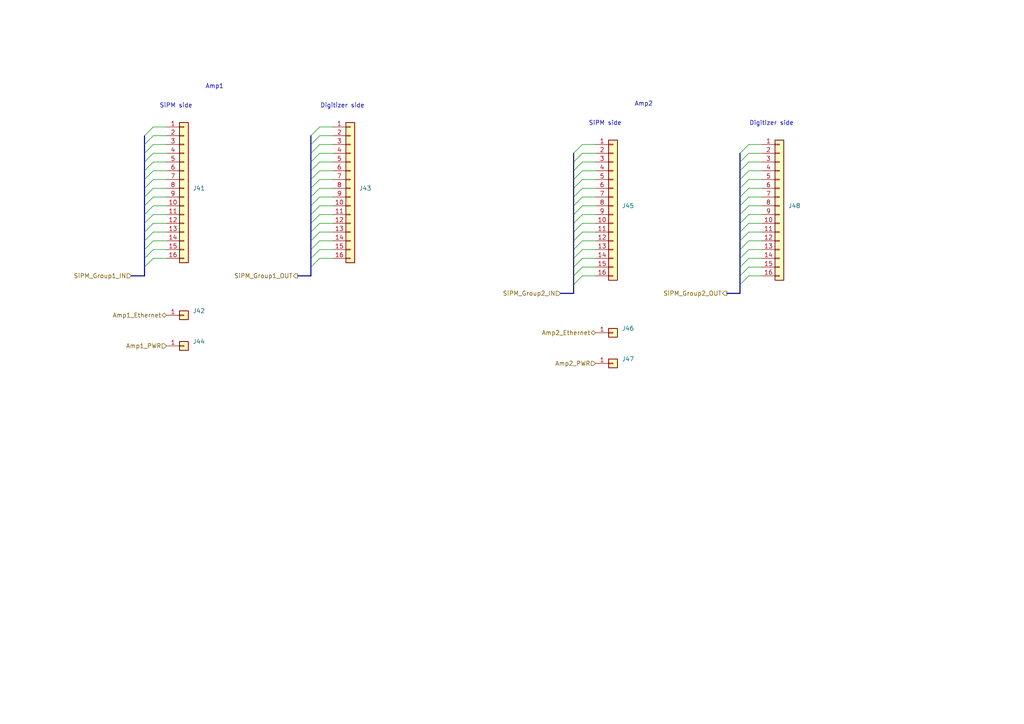
<source format=kicad_sch>
(kicad_sch
	(version 20231120)
	(generator "eeschema")
	(generator_version "8.0")
	(uuid "aff83fb1-a35a-4599-9af8-7cdaec41fbf8")
	(paper "A4")
	(title_block
		(title "Instrumentation wiring drawing")
		(date "2024-06-21")
		(company "SBC")
		(comment 1 "Zhiheng Sheng")
	)
	(lib_symbols
		(symbol "Connector_Generic:Conn_01x01"
			(pin_names
				(offset 1.016) hide)
			(exclude_from_sim no)
			(in_bom yes)
			(on_board yes)
			(property "Reference" "J"
				(at 0 2.54 0)
				(effects
					(font
						(size 1.27 1.27)
					)
				)
			)
			(property "Value" "Conn_01x01"
				(at 0 -2.54 0)
				(effects
					(font
						(size 1.27 1.27)
					)
				)
			)
			(property "Footprint" ""
				(at 0 0 0)
				(effects
					(font
						(size 1.27 1.27)
					)
					(hide yes)
				)
			)
			(property "Datasheet" "~"
				(at 0 0 0)
				(effects
					(font
						(size 1.27 1.27)
					)
					(hide yes)
				)
			)
			(property "Description" "Generic connector, single row, 01x01, script generated (kicad-library-utils/schlib/autogen/connector/)"
				(at 0 0 0)
				(effects
					(font
						(size 1.27 1.27)
					)
					(hide yes)
				)
			)
			(property "ki_keywords" "connector"
				(at 0 0 0)
				(effects
					(font
						(size 1.27 1.27)
					)
					(hide yes)
				)
			)
			(property "ki_fp_filters" "Connector*:*_1x??_*"
				(at 0 0 0)
				(effects
					(font
						(size 1.27 1.27)
					)
					(hide yes)
				)
			)
			(symbol "Conn_01x01_1_1"
				(rectangle
					(start -1.27 0.127)
					(end 0 -0.127)
					(stroke
						(width 0.1524)
						(type default)
					)
					(fill
						(type none)
					)
				)
				(rectangle
					(start -1.27 1.27)
					(end 1.27 -1.27)
					(stroke
						(width 0.254)
						(type default)
					)
					(fill
						(type background)
					)
				)
				(pin passive line
					(at -5.08 0 0)
					(length 3.81)
					(name "Pin_1"
						(effects
							(font
								(size 1.27 1.27)
							)
						)
					)
					(number "1"
						(effects
							(font
								(size 1.27 1.27)
							)
						)
					)
				)
			)
		)
		(symbol "Connector_Generic:Conn_01x16"
			(pin_names
				(offset 1.016) hide)
			(exclude_from_sim no)
			(in_bom yes)
			(on_board yes)
			(property "Reference" "J"
				(at 0 20.32 0)
				(effects
					(font
						(size 1.27 1.27)
					)
				)
			)
			(property "Value" "Conn_01x16"
				(at 0 -22.86 0)
				(effects
					(font
						(size 1.27 1.27)
					)
				)
			)
			(property "Footprint" ""
				(at 0 0 0)
				(effects
					(font
						(size 1.27 1.27)
					)
					(hide yes)
				)
			)
			(property "Datasheet" "~"
				(at 0 0 0)
				(effects
					(font
						(size 1.27 1.27)
					)
					(hide yes)
				)
			)
			(property "Description" "Generic connector, single row, 01x16, script generated (kicad-library-utils/schlib/autogen/connector/)"
				(at 0 0 0)
				(effects
					(font
						(size 1.27 1.27)
					)
					(hide yes)
				)
			)
			(property "ki_keywords" "connector"
				(at 0 0 0)
				(effects
					(font
						(size 1.27 1.27)
					)
					(hide yes)
				)
			)
			(property "ki_fp_filters" "Connector*:*_1x??_*"
				(at 0 0 0)
				(effects
					(font
						(size 1.27 1.27)
					)
					(hide yes)
				)
			)
			(symbol "Conn_01x16_1_1"
				(rectangle
					(start -1.27 -20.193)
					(end 0 -20.447)
					(stroke
						(width 0.1524)
						(type default)
					)
					(fill
						(type none)
					)
				)
				(rectangle
					(start -1.27 -17.653)
					(end 0 -17.907)
					(stroke
						(width 0.1524)
						(type default)
					)
					(fill
						(type none)
					)
				)
				(rectangle
					(start -1.27 -15.113)
					(end 0 -15.367)
					(stroke
						(width 0.1524)
						(type default)
					)
					(fill
						(type none)
					)
				)
				(rectangle
					(start -1.27 -12.573)
					(end 0 -12.827)
					(stroke
						(width 0.1524)
						(type default)
					)
					(fill
						(type none)
					)
				)
				(rectangle
					(start -1.27 -10.033)
					(end 0 -10.287)
					(stroke
						(width 0.1524)
						(type default)
					)
					(fill
						(type none)
					)
				)
				(rectangle
					(start -1.27 -7.493)
					(end 0 -7.747)
					(stroke
						(width 0.1524)
						(type default)
					)
					(fill
						(type none)
					)
				)
				(rectangle
					(start -1.27 -4.953)
					(end 0 -5.207)
					(stroke
						(width 0.1524)
						(type default)
					)
					(fill
						(type none)
					)
				)
				(rectangle
					(start -1.27 -2.413)
					(end 0 -2.667)
					(stroke
						(width 0.1524)
						(type default)
					)
					(fill
						(type none)
					)
				)
				(rectangle
					(start -1.27 0.127)
					(end 0 -0.127)
					(stroke
						(width 0.1524)
						(type default)
					)
					(fill
						(type none)
					)
				)
				(rectangle
					(start -1.27 2.667)
					(end 0 2.413)
					(stroke
						(width 0.1524)
						(type default)
					)
					(fill
						(type none)
					)
				)
				(rectangle
					(start -1.27 5.207)
					(end 0 4.953)
					(stroke
						(width 0.1524)
						(type default)
					)
					(fill
						(type none)
					)
				)
				(rectangle
					(start -1.27 7.747)
					(end 0 7.493)
					(stroke
						(width 0.1524)
						(type default)
					)
					(fill
						(type none)
					)
				)
				(rectangle
					(start -1.27 10.287)
					(end 0 10.033)
					(stroke
						(width 0.1524)
						(type default)
					)
					(fill
						(type none)
					)
				)
				(rectangle
					(start -1.27 12.827)
					(end 0 12.573)
					(stroke
						(width 0.1524)
						(type default)
					)
					(fill
						(type none)
					)
				)
				(rectangle
					(start -1.27 15.367)
					(end 0 15.113)
					(stroke
						(width 0.1524)
						(type default)
					)
					(fill
						(type none)
					)
				)
				(rectangle
					(start -1.27 17.907)
					(end 0 17.653)
					(stroke
						(width 0.1524)
						(type default)
					)
					(fill
						(type none)
					)
				)
				(rectangle
					(start -1.27 19.05)
					(end 1.27 -21.59)
					(stroke
						(width 0.254)
						(type default)
					)
					(fill
						(type background)
					)
				)
				(pin passive line
					(at -5.08 17.78 0)
					(length 3.81)
					(name "Pin_1"
						(effects
							(font
								(size 1.27 1.27)
							)
						)
					)
					(number "1"
						(effects
							(font
								(size 1.27 1.27)
							)
						)
					)
				)
				(pin passive line
					(at -5.08 -5.08 0)
					(length 3.81)
					(name "Pin_10"
						(effects
							(font
								(size 1.27 1.27)
							)
						)
					)
					(number "10"
						(effects
							(font
								(size 1.27 1.27)
							)
						)
					)
				)
				(pin passive line
					(at -5.08 -7.62 0)
					(length 3.81)
					(name "Pin_11"
						(effects
							(font
								(size 1.27 1.27)
							)
						)
					)
					(number "11"
						(effects
							(font
								(size 1.27 1.27)
							)
						)
					)
				)
				(pin passive line
					(at -5.08 -10.16 0)
					(length 3.81)
					(name "Pin_12"
						(effects
							(font
								(size 1.27 1.27)
							)
						)
					)
					(number "12"
						(effects
							(font
								(size 1.27 1.27)
							)
						)
					)
				)
				(pin passive line
					(at -5.08 -12.7 0)
					(length 3.81)
					(name "Pin_13"
						(effects
							(font
								(size 1.27 1.27)
							)
						)
					)
					(number "13"
						(effects
							(font
								(size 1.27 1.27)
							)
						)
					)
				)
				(pin passive line
					(at -5.08 -15.24 0)
					(length 3.81)
					(name "Pin_14"
						(effects
							(font
								(size 1.27 1.27)
							)
						)
					)
					(number "14"
						(effects
							(font
								(size 1.27 1.27)
							)
						)
					)
				)
				(pin passive line
					(at -5.08 -17.78 0)
					(length 3.81)
					(name "Pin_15"
						(effects
							(font
								(size 1.27 1.27)
							)
						)
					)
					(number "15"
						(effects
							(font
								(size 1.27 1.27)
							)
						)
					)
				)
				(pin passive line
					(at -5.08 -20.32 0)
					(length 3.81)
					(name "Pin_16"
						(effects
							(font
								(size 1.27 1.27)
							)
						)
					)
					(number "16"
						(effects
							(font
								(size 1.27 1.27)
							)
						)
					)
				)
				(pin passive line
					(at -5.08 15.24 0)
					(length 3.81)
					(name "Pin_2"
						(effects
							(font
								(size 1.27 1.27)
							)
						)
					)
					(number "2"
						(effects
							(font
								(size 1.27 1.27)
							)
						)
					)
				)
				(pin passive line
					(at -5.08 12.7 0)
					(length 3.81)
					(name "Pin_3"
						(effects
							(font
								(size 1.27 1.27)
							)
						)
					)
					(number "3"
						(effects
							(font
								(size 1.27 1.27)
							)
						)
					)
				)
				(pin passive line
					(at -5.08 10.16 0)
					(length 3.81)
					(name "Pin_4"
						(effects
							(font
								(size 1.27 1.27)
							)
						)
					)
					(number "4"
						(effects
							(font
								(size 1.27 1.27)
							)
						)
					)
				)
				(pin passive line
					(at -5.08 7.62 0)
					(length 3.81)
					(name "Pin_5"
						(effects
							(font
								(size 1.27 1.27)
							)
						)
					)
					(number "5"
						(effects
							(font
								(size 1.27 1.27)
							)
						)
					)
				)
				(pin passive line
					(at -5.08 5.08 0)
					(length 3.81)
					(name "Pin_6"
						(effects
							(font
								(size 1.27 1.27)
							)
						)
					)
					(number "6"
						(effects
							(font
								(size 1.27 1.27)
							)
						)
					)
				)
				(pin passive line
					(at -5.08 2.54 0)
					(length 3.81)
					(name "Pin_7"
						(effects
							(font
								(size 1.27 1.27)
							)
						)
					)
					(number "7"
						(effects
							(font
								(size 1.27 1.27)
							)
						)
					)
				)
				(pin passive line
					(at -5.08 0 0)
					(length 3.81)
					(name "Pin_8"
						(effects
							(font
								(size 1.27 1.27)
							)
						)
					)
					(number "8"
						(effects
							(font
								(size 1.27 1.27)
							)
						)
					)
				)
				(pin passive line
					(at -5.08 -2.54 0)
					(length 3.81)
					(name "Pin_9"
						(effects
							(font
								(size 1.27 1.27)
							)
						)
					)
					(number "9"
						(effects
							(font
								(size 1.27 1.27)
							)
						)
					)
				)
			)
		)
	)
	(bus_entry
		(at 168.91 49.53)
		(size -2.54 2.54)
		(stroke
			(width 0)
			(type default)
		)
		(uuid "04afcf27-a0ea-4931-9f13-6c50cd2ae40a")
	)
	(bus_entry
		(at 217.17 62.23)
		(size -2.54 2.54)
		(stroke
			(width 0)
			(type default)
		)
		(uuid "08053fe9-6068-4ba2-a06a-be0259b23b05")
	)
	(bus_entry
		(at 92.71 62.23)
		(size -2.54 2.54)
		(stroke
			(width 0)
			(type default)
		)
		(uuid "0b706b6f-b162-4c90-b993-53b0e35ac3e3")
	)
	(bus_entry
		(at 168.91 74.93)
		(size -2.54 2.54)
		(stroke
			(width 0)
			(type default)
		)
		(uuid "0ec30cad-356d-4b2b-99c5-51cd8c97f5c0")
	)
	(bus_entry
		(at 44.45 36.83)
		(size -2.54 2.54)
		(stroke
			(width 0)
			(type default)
		)
		(uuid "1618b983-569e-4f47-b179-d9e3a7bd9283")
	)
	(bus_entry
		(at 92.71 36.83)
		(size -2.54 2.54)
		(stroke
			(width 0)
			(type default)
		)
		(uuid "1a1aef0e-1b37-4d41-9de4-8d4172a53cf4")
	)
	(bus_entry
		(at 217.17 57.15)
		(size -2.54 2.54)
		(stroke
			(width 0)
			(type default)
		)
		(uuid "207a3819-41ea-4f1f-95e4-916b92214576")
	)
	(bus_entry
		(at 92.71 54.61)
		(size -2.54 2.54)
		(stroke
			(width 0)
			(type default)
		)
		(uuid "22da35b6-6961-4756-a014-7317ef4c7305")
	)
	(bus_entry
		(at 168.91 41.91)
		(size -2.54 2.54)
		(stroke
			(width 0)
			(type default)
		)
		(uuid "28318686-3684-49f5-91f5-784138e90506")
	)
	(bus_entry
		(at 217.17 69.85)
		(size -2.54 2.54)
		(stroke
			(width 0)
			(type default)
		)
		(uuid "293bdb0a-784c-4220-b00c-a5fb86d661ae")
	)
	(bus_entry
		(at 217.17 80.01)
		(size -2.54 2.54)
		(stroke
			(width 0)
			(type default)
		)
		(uuid "2cc830d2-1803-478b-968d-c4e929ac1548")
	)
	(bus_entry
		(at 92.71 44.45)
		(size -2.54 2.54)
		(stroke
			(width 0)
			(type default)
		)
		(uuid "31d77591-b759-45d8-9885-6625fad7f0b2")
	)
	(bus_entry
		(at 168.91 54.61)
		(size -2.54 2.54)
		(stroke
			(width 0)
			(type default)
		)
		(uuid "325063ba-e9fd-4740-a041-a538901916d6")
	)
	(bus_entry
		(at 168.91 67.31)
		(size -2.54 2.54)
		(stroke
			(width 0)
			(type default)
		)
		(uuid "340399ce-55e9-469b-9e81-27a9454ea71c")
	)
	(bus_entry
		(at 217.17 72.39)
		(size -2.54 2.54)
		(stroke
			(width 0)
			(type default)
		)
		(uuid "39440c9a-9b8e-4310-a0e5-9db422c430a9")
	)
	(bus_entry
		(at 168.91 44.45)
		(size -2.54 2.54)
		(stroke
			(width 0)
			(type default)
		)
		(uuid "3f3f8593-f05b-45b6-bfe2-7243ab2a70a4")
	)
	(bus_entry
		(at 44.45 39.37)
		(size -2.54 2.54)
		(stroke
			(width 0)
			(type default)
		)
		(uuid "43b0c3ed-49a0-4a00-be60-3d032e941270")
	)
	(bus_entry
		(at 217.17 49.53)
		(size -2.54 2.54)
		(stroke
			(width 0)
			(type default)
		)
		(uuid "46ef00da-48fc-40cf-9c71-c44214affa75")
	)
	(bus_entry
		(at 92.71 41.91)
		(size -2.54 2.54)
		(stroke
			(width 0)
			(type default)
		)
		(uuid "472a8eca-0f6e-472b-9100-89867b1a8143")
	)
	(bus_entry
		(at 92.71 69.85)
		(size -2.54 2.54)
		(stroke
			(width 0)
			(type default)
		)
		(uuid "481ed50f-58df-463b-944f-763c64af654d")
	)
	(bus_entry
		(at 168.91 57.15)
		(size -2.54 2.54)
		(stroke
			(width 0)
			(type default)
		)
		(uuid "48e23e03-c1b5-47e1-b804-537152dfd1ce")
	)
	(bus_entry
		(at 92.71 52.07)
		(size -2.54 2.54)
		(stroke
			(width 0)
			(type default)
		)
		(uuid "4a07c20b-13f4-4d97-af84-b07a88cc68bd")
	)
	(bus_entry
		(at 92.71 67.31)
		(size -2.54 2.54)
		(stroke
			(width 0)
			(type default)
		)
		(uuid "54622d0e-f78b-44c0-9b3d-b1be3575054c")
	)
	(bus_entry
		(at 44.45 54.61)
		(size -2.54 2.54)
		(stroke
			(width 0)
			(type default)
		)
		(uuid "54ad0a80-e8f7-44a6-8c9b-9c54e85e7a7e")
	)
	(bus_entry
		(at 44.45 52.07)
		(size -2.54 2.54)
		(stroke
			(width 0)
			(type default)
		)
		(uuid "613d3d68-2bb6-4857-9603-93477c72c01c")
	)
	(bus_entry
		(at 92.71 64.77)
		(size -2.54 2.54)
		(stroke
			(width 0)
			(type default)
		)
		(uuid "62485c08-8433-469b-9edb-8aba3da00fae")
	)
	(bus_entry
		(at 44.45 64.77)
		(size -2.54 2.54)
		(stroke
			(width 0)
			(type default)
		)
		(uuid "630e5305-1054-410a-8a96-fe969f8219d0")
	)
	(bus_entry
		(at 217.17 44.45)
		(size -2.54 2.54)
		(stroke
			(width 0)
			(type default)
		)
		(uuid "633734ba-43a7-4bb6-b27d-2b1e3af465b9")
	)
	(bus_entry
		(at 44.45 62.23)
		(size -2.54 2.54)
		(stroke
			(width 0)
			(type default)
		)
		(uuid "6603e3a4-cb60-4138-ae5b-c5477371c892")
	)
	(bus_entry
		(at 92.71 74.93)
		(size -2.54 2.54)
		(stroke
			(width 0)
			(type default)
		)
		(uuid "6655bd9d-e30b-43f9-8ed8-4e7b63b3714b")
	)
	(bus_entry
		(at 217.17 46.99)
		(size -2.54 2.54)
		(stroke
			(width 0)
			(type default)
		)
		(uuid "6b7ad3cd-4b05-4442-90d4-4f8b53c7e664")
	)
	(bus_entry
		(at 168.91 46.99)
		(size -2.54 2.54)
		(stroke
			(width 0)
			(type default)
		)
		(uuid "6fedcf5d-f2f8-4f3c-93b2-28677ae87662")
	)
	(bus_entry
		(at 92.71 39.37)
		(size -2.54 2.54)
		(stroke
			(width 0)
			(type default)
		)
		(uuid "81cb0be6-074f-4cb9-8299-cdef75030a93")
	)
	(bus_entry
		(at 217.17 64.77)
		(size -2.54 2.54)
		(stroke
			(width 0)
			(type default)
		)
		(uuid "83c44605-1e50-4ebc-9ad0-f0998a6174cc")
	)
	(bus_entry
		(at 44.45 57.15)
		(size -2.54 2.54)
		(stroke
			(width 0)
			(type default)
		)
		(uuid "849c9255-2e47-441f-9426-5a01e8e9b93f")
	)
	(bus_entry
		(at 168.91 77.47)
		(size -2.54 2.54)
		(stroke
			(width 0)
			(type default)
		)
		(uuid "86c9b05c-efc9-41d2-b37a-0f6f08cca180")
	)
	(bus_entry
		(at 92.71 49.53)
		(size -2.54 2.54)
		(stroke
			(width 0)
			(type default)
		)
		(uuid "8bed9a81-57ad-44b7-a293-7f26dabb3c9a")
	)
	(bus_entry
		(at 168.91 80.01)
		(size -2.54 2.54)
		(stroke
			(width 0)
			(type default)
		)
		(uuid "8fc57f99-630a-45f9-a791-475d561e5d13")
	)
	(bus_entry
		(at 92.71 72.39)
		(size -2.54 2.54)
		(stroke
			(width 0)
			(type default)
		)
		(uuid "93ef292d-1b72-451f-a067-f58c156f3e92")
	)
	(bus_entry
		(at 92.71 59.69)
		(size -2.54 2.54)
		(stroke
			(width 0)
			(type default)
		)
		(uuid "950873fd-dbf7-4912-b56d-ba193e4acfcd")
	)
	(bus_entry
		(at 92.71 57.15)
		(size -2.54 2.54)
		(stroke
			(width 0)
			(type default)
		)
		(uuid "968aed75-2af7-4a51-8f0a-cf4591828f7a")
	)
	(bus_entry
		(at 168.91 52.07)
		(size -2.54 2.54)
		(stroke
			(width 0)
			(type default)
		)
		(uuid "9f6d8c90-fbb1-4afd-accc-65b68fe0cd91")
	)
	(bus_entry
		(at 217.17 41.91)
		(size -2.54 2.54)
		(stroke
			(width 0)
			(type default)
		)
		(uuid "9ff19f28-ff64-4c72-b9b8-a0a0d77ecf05")
	)
	(bus_entry
		(at 217.17 67.31)
		(size -2.54 2.54)
		(stroke
			(width 0)
			(type default)
		)
		(uuid "aab4f933-cdb0-4f81-a2c7-a7f29e3899a9")
	)
	(bus_entry
		(at 44.45 44.45)
		(size -2.54 2.54)
		(stroke
			(width 0)
			(type default)
		)
		(uuid "ad3a732b-ae8a-415c-b7c5-ba440375a402")
	)
	(bus_entry
		(at 44.45 74.93)
		(size -2.54 2.54)
		(stroke
			(width 0)
			(type default)
		)
		(uuid "b1a4c666-7730-4e3e-9a56-9fb612825aff")
	)
	(bus_entry
		(at 168.91 64.77)
		(size -2.54 2.54)
		(stroke
			(width 0)
			(type default)
		)
		(uuid "b4ca664d-faeb-40e9-b75f-69b758719a57")
	)
	(bus_entry
		(at 217.17 74.93)
		(size -2.54 2.54)
		(stroke
			(width 0)
			(type default)
		)
		(uuid "b9568049-da2d-47bd-a95d-cef8582bb16e")
	)
	(bus_entry
		(at 44.45 69.85)
		(size -2.54 2.54)
		(stroke
			(width 0)
			(type default)
		)
		(uuid "bd6fbdd7-b6ca-4b4c-b32e-c3f29f2fcca1")
	)
	(bus_entry
		(at 168.91 69.85)
		(size -2.54 2.54)
		(stroke
			(width 0)
			(type default)
		)
		(uuid "bdc61d89-5f61-437e-8296-facbfc67dc84")
	)
	(bus_entry
		(at 168.91 59.69)
		(size -2.54 2.54)
		(stroke
			(width 0)
			(type default)
		)
		(uuid "c63e8c9e-1e88-45ef-b1f6-1816ad572f0e")
	)
	(bus_entry
		(at 44.45 46.99)
		(size -2.54 2.54)
		(stroke
			(width 0)
			(type default)
		)
		(uuid "cb8055e7-e129-449c-b1e2-d9c46a859789")
	)
	(bus_entry
		(at 44.45 72.39)
		(size -2.54 2.54)
		(stroke
			(width 0)
			(type default)
		)
		(uuid "ccdd8f5a-2f74-453d-9879-8082c619addd")
	)
	(bus_entry
		(at 44.45 41.91)
		(size -2.54 2.54)
		(stroke
			(width 0)
			(type default)
		)
		(uuid "d8220cdc-0a7d-4916-a5f7-70033aa1ebae")
	)
	(bus_entry
		(at 92.71 46.99)
		(size -2.54 2.54)
		(stroke
			(width 0)
			(type default)
		)
		(uuid "d97f2167-0bcd-441f-b570-85d3851df7d6")
	)
	(bus_entry
		(at 217.17 52.07)
		(size -2.54 2.54)
		(stroke
			(width 0)
			(type default)
		)
		(uuid "dd990e8c-1e3e-410c-a763-f388fe94b331")
	)
	(bus_entry
		(at 217.17 54.61)
		(size -2.54 2.54)
		(stroke
			(width 0)
			(type default)
		)
		(uuid "e1672f80-9c79-41b9-8ddc-ee00c3e38fac")
	)
	(bus_entry
		(at 168.91 62.23)
		(size -2.54 2.54)
		(stroke
			(width 0)
			(type default)
		)
		(uuid "e1f4a9c8-d01b-4050-b799-20bafd30e549")
	)
	(bus_entry
		(at 217.17 59.69)
		(size -2.54 2.54)
		(stroke
			(width 0)
			(type default)
		)
		(uuid "e4c5ccb4-a912-4cba-a63c-3a8be17cb061")
	)
	(bus_entry
		(at 217.17 77.47)
		(size -2.54 2.54)
		(stroke
			(width 0)
			(type default)
		)
		(uuid "ef3b2b55-76d7-4486-b834-e1b516de918e")
	)
	(bus_entry
		(at 44.45 67.31)
		(size -2.54 2.54)
		(stroke
			(width 0)
			(type default)
		)
		(uuid "ef4f27ea-876a-468a-b877-2f8ad21f22ec")
	)
	(bus_entry
		(at 44.45 59.69)
		(size -2.54 2.54)
		(stroke
			(width 0)
			(type default)
		)
		(uuid "f65e9549-3682-450d-a92e-fd4da9d997cc")
	)
	(bus_entry
		(at 44.45 49.53)
		(size -2.54 2.54)
		(stroke
			(width 0)
			(type default)
		)
		(uuid "f8cc0ff0-3612-4090-8b9c-b22496669ed3")
	)
	(bus_entry
		(at 168.91 72.39)
		(size -2.54 2.54)
		(stroke
			(width 0)
			(type default)
		)
		(uuid "f97da22e-9043-4c9a-a567-c855bab84144")
	)
	(bus
		(pts
			(xy 41.91 59.69) (xy 41.91 62.23)
		)
		(stroke
			(width 0)
			(type default)
		)
		(uuid "02df7153-2f4a-482d-a582-e1b42880ba6d")
	)
	(bus
		(pts
			(xy 90.17 46.99) (xy 90.17 49.53)
		)
		(stroke
			(width 0)
			(type default)
		)
		(uuid "04fb567d-128c-44cc-ad1a-65eac57c55e5")
	)
	(bus
		(pts
			(xy 166.37 69.85) (xy 166.37 72.39)
		)
		(stroke
			(width 0)
			(type default)
		)
		(uuid "064b045c-9910-4f61-b088-ca30bab96b77")
	)
	(wire
		(pts
			(xy 44.45 49.53) (xy 48.26 49.53)
		)
		(stroke
			(width 0)
			(type default)
		)
		(uuid "07669101-9a8b-4ca4-b7fa-c63798a28ed2")
	)
	(bus
		(pts
			(xy 41.91 77.47) (xy 41.91 80.01)
		)
		(stroke
			(width 0)
			(type default)
		)
		(uuid "07e24bf3-85b8-441e-aedb-d4b7c8d9fc6f")
	)
	(wire
		(pts
			(xy 168.91 80.01) (xy 172.72 80.01)
		)
		(stroke
			(width 0)
			(type default)
		)
		(uuid "092d5fde-9ea6-456e-8cdc-b5df86ae4462")
	)
	(wire
		(pts
			(xy 92.71 72.39) (xy 96.52 72.39)
		)
		(stroke
			(width 0)
			(type default)
		)
		(uuid "0a3dee15-7b46-4579-b068-e01bbbf36b54")
	)
	(wire
		(pts
			(xy 168.91 69.85) (xy 172.72 69.85)
		)
		(stroke
			(width 0)
			(type default)
		)
		(uuid "0cdd7d6d-4136-4ef0-b999-01eee5147e6f")
	)
	(bus
		(pts
			(xy 214.63 46.99) (xy 214.63 49.53)
		)
		(stroke
			(width 0)
			(type default)
		)
		(uuid "0d467e95-b391-437d-8c59-9d72cc9fa7c2")
	)
	(bus
		(pts
			(xy 41.91 49.53) (xy 41.91 52.07)
		)
		(stroke
			(width 0)
			(type default)
		)
		(uuid "0d7a2a4f-154f-42cd-a9c2-206aabf82df2")
	)
	(bus
		(pts
			(xy 90.17 59.69) (xy 90.17 62.23)
		)
		(stroke
			(width 0)
			(type default)
		)
		(uuid "0e3553f3-badf-46b1-8358-bccdb17b0239")
	)
	(bus
		(pts
			(xy 41.91 57.15) (xy 41.91 59.69)
		)
		(stroke
			(width 0)
			(type default)
		)
		(uuid "0f4c39b1-374b-4660-94fe-d87a78eaef56")
	)
	(wire
		(pts
			(xy 44.45 59.69) (xy 48.26 59.69)
		)
		(stroke
			(width 0)
			(type default)
		)
		(uuid "1034180e-cf27-4e14-a351-d9f80347b1ba")
	)
	(wire
		(pts
			(xy 217.17 64.77) (xy 220.98 64.77)
		)
		(stroke
			(width 0)
			(type default)
		)
		(uuid "12a32b02-1b06-445a-b779-cc65e7a57afe")
	)
	(bus
		(pts
			(xy 214.63 67.31) (xy 214.63 69.85)
		)
		(stroke
			(width 0)
			(type default)
		)
		(uuid "13f4375e-cac0-414d-88b4-891d66d1095c")
	)
	(bus
		(pts
			(xy 41.91 54.61) (xy 41.91 57.15)
		)
		(stroke
			(width 0)
			(type default)
		)
		(uuid "140e85f9-70c3-4a07-9749-4f71052c4466")
	)
	(wire
		(pts
			(xy 44.45 74.93) (xy 48.26 74.93)
		)
		(stroke
			(width 0)
			(type default)
		)
		(uuid "1609bffc-7935-42f4-b6ff-b42a33ca1f69")
	)
	(wire
		(pts
			(xy 44.45 72.39) (xy 48.26 72.39)
		)
		(stroke
			(width 0)
			(type default)
		)
		(uuid "166bb6f4-b9bb-4595-abab-c62fd5457863")
	)
	(bus
		(pts
			(xy 90.17 74.93) (xy 90.17 77.47)
		)
		(stroke
			(width 0)
			(type default)
		)
		(uuid "1680c820-cf14-4117-8eed-e2f6496f4a36")
	)
	(bus
		(pts
			(xy 214.63 82.55) (xy 214.63 85.09)
		)
		(stroke
			(width 0)
			(type default)
		)
		(uuid "186ca234-9d81-4026-935d-c9a0de11568d")
	)
	(bus
		(pts
			(xy 214.63 52.07) (xy 214.63 54.61)
		)
		(stroke
			(width 0)
			(type default)
		)
		(uuid "1b0be03b-3de2-4a0c-ab41-d7d4d8406a46")
	)
	(wire
		(pts
			(xy 92.71 39.37) (xy 96.52 39.37)
		)
		(stroke
			(width 0)
			(type default)
		)
		(uuid "1bcdbc71-38bb-43cb-8004-b46ade6b7e90")
	)
	(bus
		(pts
			(xy 41.91 64.77) (xy 41.91 67.31)
		)
		(stroke
			(width 0)
			(type default)
		)
		(uuid "1eaeb10c-f4f1-4771-8880-e3884d2fbd09")
	)
	(wire
		(pts
			(xy 44.45 69.85) (xy 48.26 69.85)
		)
		(stroke
			(width 0)
			(type default)
		)
		(uuid "21117e10-d452-4193-83ad-12b498def5aa")
	)
	(wire
		(pts
			(xy 217.17 80.01) (xy 220.98 80.01)
		)
		(stroke
			(width 0)
			(type default)
		)
		(uuid "21b5545a-14da-4576-b44f-1ba54734596e")
	)
	(bus
		(pts
			(xy 214.63 69.85) (xy 214.63 72.39)
		)
		(stroke
			(width 0)
			(type default)
		)
		(uuid "392b1dd4-b6cf-485f-be5c-8a678ed699c3")
	)
	(wire
		(pts
			(xy 92.71 41.91) (xy 96.52 41.91)
		)
		(stroke
			(width 0)
			(type default)
		)
		(uuid "3aad9657-3398-40ad-bc1d-328f5a759ab3")
	)
	(bus
		(pts
			(xy 166.37 82.55) (xy 166.37 85.09)
		)
		(stroke
			(width 0)
			(type default)
		)
		(uuid "4081d547-d45a-4e74-8743-ebd71672be59")
	)
	(wire
		(pts
			(xy 44.45 36.83) (xy 48.26 36.83)
		)
		(stroke
			(width 0)
			(type default)
		)
		(uuid "415f56a5-7dac-4147-88a0-a05bceb2de7a")
	)
	(wire
		(pts
			(xy 217.17 74.93) (xy 220.98 74.93)
		)
		(stroke
			(width 0)
			(type default)
		)
		(uuid "41c8f191-7668-48ab-ae21-d033f2b628a1")
	)
	(bus
		(pts
			(xy 90.17 77.47) (xy 90.17 80.01)
		)
		(stroke
			(width 0)
			(type default)
		)
		(uuid "43b8d524-65fa-459a-809c-b542a37b63d7")
	)
	(bus
		(pts
			(xy 41.91 52.07) (xy 41.91 54.61)
		)
		(stroke
			(width 0)
			(type default)
		)
		(uuid "4510e11b-a7ac-4255-bac3-ee0d835219f8")
	)
	(wire
		(pts
			(xy 92.71 36.83) (xy 96.52 36.83)
		)
		(stroke
			(width 0)
			(type default)
		)
		(uuid "45574894-366a-4bbb-ada2-65afb82d7ee1")
	)
	(wire
		(pts
			(xy 168.91 57.15) (xy 172.72 57.15)
		)
		(stroke
			(width 0)
			(type default)
		)
		(uuid "45e63bd5-2ce4-4f5b-ae07-024bbb97fd20")
	)
	(bus
		(pts
			(xy 214.63 54.61) (xy 214.63 57.15)
		)
		(stroke
			(width 0)
			(type default)
		)
		(uuid "465c4f2e-effb-4b22-9878-996dea1c8d11")
	)
	(bus
		(pts
			(xy 41.91 44.45) (xy 41.91 46.99)
		)
		(stroke
			(width 0)
			(type default)
		)
		(uuid "4944bec7-1471-48bc-9ec7-03ac05debc0d")
	)
	(bus
		(pts
			(xy 166.37 72.39) (xy 166.37 74.93)
		)
		(stroke
			(width 0)
			(type default)
		)
		(uuid "4b44492f-2d75-4e29-8261-337b2bfc90d1")
	)
	(wire
		(pts
			(xy 217.17 44.45) (xy 220.98 44.45)
		)
		(stroke
			(width 0)
			(type default)
		)
		(uuid "4b528aed-919c-4dac-9922-ad00f48e0709")
	)
	(bus
		(pts
			(xy 166.37 49.53) (xy 166.37 52.07)
		)
		(stroke
			(width 0)
			(type default)
		)
		(uuid "4cc75bcd-76f9-4657-9423-88eab208d99c")
	)
	(bus
		(pts
			(xy 90.17 44.45) (xy 90.17 46.99)
		)
		(stroke
			(width 0)
			(type default)
		)
		(uuid "4d11d751-8b78-40cf-aa4f-b041a1ae242f")
	)
	(wire
		(pts
			(xy 168.91 62.23) (xy 172.72 62.23)
		)
		(stroke
			(width 0)
			(type default)
		)
		(uuid "4d396344-323b-48a1-bbb8-4aab7be18048")
	)
	(bus
		(pts
			(xy 210.82 85.09) (xy 214.63 85.09)
		)
		(stroke
			(width 0)
			(type default)
		)
		(uuid "5090c2db-e865-4f4b-9abd-90bf161133c8")
	)
	(wire
		(pts
			(xy 44.45 64.77) (xy 48.26 64.77)
		)
		(stroke
			(width 0)
			(type default)
		)
		(uuid "50912516-6946-4429-974e-f18f3dca141d")
	)
	(wire
		(pts
			(xy 92.71 59.69) (xy 96.52 59.69)
		)
		(stroke
			(width 0)
			(type default)
		)
		(uuid "548d6726-c16c-4ddf-b2da-01d8889ac454")
	)
	(bus
		(pts
			(xy 90.17 72.39) (xy 90.17 74.93)
		)
		(stroke
			(width 0)
			(type default)
		)
		(uuid "55276e08-c63d-4787-9719-a9f6ab8c114d")
	)
	(wire
		(pts
			(xy 217.17 52.07) (xy 220.98 52.07)
		)
		(stroke
			(width 0)
			(type default)
		)
		(uuid "55dd51df-cee7-4184-b2b6-8eee4113267f")
	)
	(bus
		(pts
			(xy 90.17 69.85) (xy 90.17 72.39)
		)
		(stroke
			(width 0)
			(type default)
		)
		(uuid "5690dd0a-285c-476d-91b8-7575cbed2cab")
	)
	(bus
		(pts
			(xy 214.63 62.23) (xy 214.63 64.77)
		)
		(stroke
			(width 0)
			(type default)
		)
		(uuid "5a45508e-788b-4686-9b98-283cbe516671")
	)
	(bus
		(pts
			(xy 166.37 77.47) (xy 166.37 80.01)
		)
		(stroke
			(width 0)
			(type default)
		)
		(uuid "5b0b114d-1c59-4e75-a0d1-87b3d0a6f950")
	)
	(wire
		(pts
			(xy 44.45 44.45) (xy 48.26 44.45)
		)
		(stroke
			(width 0)
			(type default)
		)
		(uuid "5b5e9347-e0fd-4545-a6e6-cfaafe8b0ebe")
	)
	(wire
		(pts
			(xy 44.45 54.61) (xy 48.26 54.61)
		)
		(stroke
			(width 0)
			(type default)
		)
		(uuid "5c4d541f-e56a-4696-99aa-69d42688ae41")
	)
	(wire
		(pts
			(xy 44.45 52.07) (xy 48.26 52.07)
		)
		(stroke
			(width 0)
			(type default)
		)
		(uuid "5f76b284-fa4e-4dbc-ba7d-375178389d5a")
	)
	(wire
		(pts
			(xy 168.91 59.69) (xy 172.72 59.69)
		)
		(stroke
			(width 0)
			(type default)
		)
		(uuid "608b4497-4aa6-43fc-ba58-7909c85e373a")
	)
	(bus
		(pts
			(xy 166.37 59.69) (xy 166.37 62.23)
		)
		(stroke
			(width 0)
			(type default)
		)
		(uuid "630439fb-03ea-4b20-9df7-81b977988501")
	)
	(wire
		(pts
			(xy 217.17 72.39) (xy 220.98 72.39)
		)
		(stroke
			(width 0)
			(type default)
		)
		(uuid "64017109-57be-4f65-bff8-d07c652815d5")
	)
	(bus
		(pts
			(xy 90.17 49.53) (xy 90.17 52.07)
		)
		(stroke
			(width 0)
			(type default)
		)
		(uuid "64b8ebd4-3256-498e-91a4-9ba457b703af")
	)
	(bus
		(pts
			(xy 90.17 54.61) (xy 90.17 57.15)
		)
		(stroke
			(width 0)
			(type default)
		)
		(uuid "6854ecb1-06f4-4661-92a3-f8a5c1ef73e0")
	)
	(bus
		(pts
			(xy 166.37 57.15) (xy 166.37 59.69)
		)
		(stroke
			(width 0)
			(type default)
		)
		(uuid "6a3097c2-2251-4977-8948-a9053bfef358")
	)
	(wire
		(pts
			(xy 217.17 46.99) (xy 220.98 46.99)
		)
		(stroke
			(width 0)
			(type default)
		)
		(uuid "6a870137-6afc-4c03-9b83-7f25ea594153")
	)
	(wire
		(pts
			(xy 217.17 62.23) (xy 220.98 62.23)
		)
		(stroke
			(width 0)
			(type default)
		)
		(uuid "6d44ffff-38b1-4502-a491-e54a23d92761")
	)
	(bus
		(pts
			(xy 166.37 74.93) (xy 166.37 77.47)
		)
		(stroke
			(width 0)
			(type default)
		)
		(uuid "6e590e64-1413-4faf-9159-f25d711a6247")
	)
	(bus
		(pts
			(xy 41.91 74.93) (xy 41.91 77.47)
		)
		(stroke
			(width 0)
			(type default)
		)
		(uuid "6e670107-7320-4bcf-a481-0578eddeb9b8")
	)
	(bus
		(pts
			(xy 214.63 77.47) (xy 214.63 80.01)
		)
		(stroke
			(width 0)
			(type default)
		)
		(uuid "6e875c8e-8085-4339-999e-f55bd77ff361")
	)
	(bus
		(pts
			(xy 41.91 46.99) (xy 41.91 49.53)
		)
		(stroke
			(width 0)
			(type default)
		)
		(uuid "6f71619d-3f36-416c-be33-0ada8f0c269c")
	)
	(bus
		(pts
			(xy 90.17 39.37) (xy 90.17 41.91)
		)
		(stroke
			(width 0)
			(type default)
		)
		(uuid "6f911445-a810-4c0f-a5b3-e744b6ff1d0a")
	)
	(bus
		(pts
			(xy 166.37 67.31) (xy 166.37 69.85)
		)
		(stroke
			(width 0)
			(type default)
		)
		(uuid "701c9969-b201-4502-b89a-231e0bc9b108")
	)
	(bus
		(pts
			(xy 41.91 62.23) (xy 41.91 64.77)
		)
		(stroke
			(width 0)
			(type default)
		)
		(uuid "71daf207-37d2-492b-8322-ebe18e4a8f7e")
	)
	(wire
		(pts
			(xy 217.17 59.69) (xy 220.98 59.69)
		)
		(stroke
			(width 0)
			(type default)
		)
		(uuid "7516959d-391d-42e0-a164-70fecb0bd9a9")
	)
	(bus
		(pts
			(xy 214.63 59.69) (xy 214.63 62.23)
		)
		(stroke
			(width 0)
			(type default)
		)
		(uuid "7646f5d3-4dd0-46e1-9c3b-ca6c9f011a39")
	)
	(bus
		(pts
			(xy 214.63 74.93) (xy 214.63 77.47)
		)
		(stroke
			(width 0)
			(type default)
		)
		(uuid "786f204c-f57c-44fe-a2dc-df9ec9a70bf1")
	)
	(wire
		(pts
			(xy 92.71 57.15) (xy 96.52 57.15)
		)
		(stroke
			(width 0)
			(type default)
		)
		(uuid "79790617-97c7-4b0b-84a6-f656060bf23b")
	)
	(wire
		(pts
			(xy 168.91 49.53) (xy 172.72 49.53)
		)
		(stroke
			(width 0)
			(type default)
		)
		(uuid "7b4a88fd-e938-4c3f-af27-c0f9af00deb5")
	)
	(bus
		(pts
			(xy 86.36 80.01) (xy 90.17 80.01)
		)
		(stroke
			(width 0)
			(type default)
		)
		(uuid "7d402234-2a6e-4c8f-acfa-e79f0a899bcd")
	)
	(wire
		(pts
			(xy 217.17 57.15) (xy 220.98 57.15)
		)
		(stroke
			(width 0)
			(type default)
		)
		(uuid "7ee7418d-87d1-4828-94f2-d10581dc4d13")
	)
	(wire
		(pts
			(xy 168.91 44.45) (xy 172.72 44.45)
		)
		(stroke
			(width 0)
			(type default)
		)
		(uuid "7f01c879-b5d2-41d6-9526-efcf166b6ccc")
	)
	(wire
		(pts
			(xy 168.91 46.99) (xy 172.72 46.99)
		)
		(stroke
			(width 0)
			(type default)
		)
		(uuid "80cd6b16-7114-44a6-b404-0211f873d1f8")
	)
	(bus
		(pts
			(xy 90.17 67.31) (xy 90.17 69.85)
		)
		(stroke
			(width 0)
			(type default)
		)
		(uuid "82adaf88-436a-4d11-9062-e8f05acbda94")
	)
	(wire
		(pts
			(xy 92.71 44.45) (xy 96.52 44.45)
		)
		(stroke
			(width 0)
			(type default)
		)
		(uuid "871d2af0-81c9-4ee0-91b7-d971a2aab1c8")
	)
	(wire
		(pts
			(xy 168.91 67.31) (xy 172.72 67.31)
		)
		(stroke
			(width 0)
			(type default)
		)
		(uuid "87742f0e-c6b0-4c64-a71f-ee63dbd4917b")
	)
	(wire
		(pts
			(xy 217.17 77.47) (xy 220.98 77.47)
		)
		(stroke
			(width 0)
			(type default)
		)
		(uuid "886de463-657f-4ace-9074-c5b5aa57417b")
	)
	(bus
		(pts
			(xy 214.63 57.15) (xy 214.63 59.69)
		)
		(stroke
			(width 0)
			(type default)
		)
		(uuid "88a7125d-7d29-45de-84ec-b0df9396bdd2")
	)
	(wire
		(pts
			(xy 168.91 72.39) (xy 172.72 72.39)
		)
		(stroke
			(width 0)
			(type default)
		)
		(uuid "8aaa3d64-cc51-45c0-b716-c4e104eac31c")
	)
	(wire
		(pts
			(xy 92.71 62.23) (xy 96.52 62.23)
		)
		(stroke
			(width 0)
			(type default)
		)
		(uuid "8d2c622e-6027-4b85-b64e-1886ac33e2e4")
	)
	(bus
		(pts
			(xy 41.91 69.85) (xy 41.91 72.39)
		)
		(stroke
			(width 0)
			(type default)
		)
		(uuid "8f30f98a-bef2-40bf-b286-55b19732f90c")
	)
	(bus
		(pts
			(xy 41.91 41.91) (xy 41.91 44.45)
		)
		(stroke
			(width 0)
			(type default)
		)
		(uuid "8f9db8bd-c22f-4ea3-80c2-c1deee52303c")
	)
	(wire
		(pts
			(xy 92.71 46.99) (xy 96.52 46.99)
		)
		(stroke
			(width 0)
			(type default)
		)
		(uuid "921995c8-ab7a-488b-8c68-536e81d7a841")
	)
	(wire
		(pts
			(xy 168.91 41.91) (xy 172.72 41.91)
		)
		(stroke
			(width 0)
			(type default)
		)
		(uuid "9480906b-ff14-4041-a1a4-bee7a6fb3375")
	)
	(bus
		(pts
			(xy 166.37 44.45) (xy 166.37 46.99)
		)
		(stroke
			(width 0)
			(type default)
		)
		(uuid "973c192f-b481-4311-85cf-ec8eb70f6756")
	)
	(wire
		(pts
			(xy 217.17 54.61) (xy 220.98 54.61)
		)
		(stroke
			(width 0)
			(type default)
		)
		(uuid "9cc01761-a2b3-482e-aefb-395b430e14b4")
	)
	(wire
		(pts
			(xy 168.91 52.07) (xy 172.72 52.07)
		)
		(stroke
			(width 0)
			(type default)
		)
		(uuid "a1b39232-5a11-4182-b536-411847dabfd6")
	)
	(wire
		(pts
			(xy 92.71 52.07) (xy 96.52 52.07)
		)
		(stroke
			(width 0)
			(type default)
		)
		(uuid "a1efffe3-36ee-48b7-b13b-3b0a8e899fd6")
	)
	(wire
		(pts
			(xy 168.91 54.61) (xy 172.72 54.61)
		)
		(stroke
			(width 0)
			(type default)
		)
		(uuid "a6b6c41f-0f0d-4281-bcd7-6bef8da4ea70")
	)
	(wire
		(pts
			(xy 92.71 64.77) (xy 96.52 64.77)
		)
		(stroke
			(width 0)
			(type default)
		)
		(uuid "a9f0fb49-ea72-4b13-a407-e8a85d501dcd")
	)
	(bus
		(pts
			(xy 214.63 49.53) (xy 214.63 52.07)
		)
		(stroke
			(width 0)
			(type default)
		)
		(uuid "ac72368d-b409-4270-a281-5004006dc90a")
	)
	(bus
		(pts
			(xy 90.17 62.23) (xy 90.17 64.77)
		)
		(stroke
			(width 0)
			(type default)
		)
		(uuid "add0b17f-2e90-4aac-93b7-a2a06c6eb275")
	)
	(wire
		(pts
			(xy 217.17 49.53) (xy 220.98 49.53)
		)
		(stroke
			(width 0)
			(type default)
		)
		(uuid "aeaa702a-2830-4dbf-b4bc-f3b06a1905c1")
	)
	(bus
		(pts
			(xy 166.37 80.01) (xy 166.37 82.55)
		)
		(stroke
			(width 0)
			(type default)
		)
		(uuid "af10e83a-3b80-4128-b918-330e85845166")
	)
	(wire
		(pts
			(xy 44.45 41.91) (xy 48.26 41.91)
		)
		(stroke
			(width 0)
			(type default)
		)
		(uuid "bd1034fb-de83-4d6c-8665-87b5b6d630a8")
	)
	(wire
		(pts
			(xy 92.71 69.85) (xy 96.52 69.85)
		)
		(stroke
			(width 0)
			(type default)
		)
		(uuid "bedb0356-d561-4890-a4ac-fcefb6670bf0")
	)
	(wire
		(pts
			(xy 92.71 54.61) (xy 96.52 54.61)
		)
		(stroke
			(width 0)
			(type default)
		)
		(uuid "c24116dd-cd1c-4a9d-89eb-81787003e00f")
	)
	(bus
		(pts
			(xy 41.91 39.37) (xy 41.91 41.91)
		)
		(stroke
			(width 0)
			(type default)
		)
		(uuid "c35a44cf-98c3-49d8-9e52-65067bf55c3c")
	)
	(wire
		(pts
			(xy 92.71 67.31) (xy 96.52 67.31)
		)
		(stroke
			(width 0)
			(type default)
		)
		(uuid "c5774add-6503-4535-aa17-f2323de5b291")
	)
	(wire
		(pts
			(xy 217.17 41.91) (xy 220.98 41.91)
		)
		(stroke
			(width 0)
			(type default)
		)
		(uuid "c82e1242-2483-4e01-a1d3-de434e29fc40")
	)
	(bus
		(pts
			(xy 41.91 72.39) (xy 41.91 74.93)
		)
		(stroke
			(width 0)
			(type default)
		)
		(uuid "cd2e74ae-814e-4b7b-88a3-45db2e064bb6")
	)
	(bus
		(pts
			(xy 166.37 46.99) (xy 166.37 49.53)
		)
		(stroke
			(width 0)
			(type default)
		)
		(uuid "d08c27af-d4aa-453e-97a9-41432eb587ba")
	)
	(bus
		(pts
			(xy 162.56 85.09) (xy 166.37 85.09)
		)
		(stroke
			(width 0)
			(type default)
		)
		(uuid "d1cdc0c8-bec7-4447-b4c7-39a216489b11")
	)
	(bus
		(pts
			(xy 166.37 52.07) (xy 166.37 54.61)
		)
		(stroke
			(width 0)
			(type default)
		)
		(uuid "d24b6193-e1b8-4fd1-afac-6cbdb3f417cb")
	)
	(wire
		(pts
			(xy 168.91 77.47) (xy 172.72 77.47)
		)
		(stroke
			(width 0)
			(type default)
		)
		(uuid "d36cd4a2-543a-4caa-9cf7-cd124cf2f10f")
	)
	(wire
		(pts
			(xy 44.45 39.37) (xy 48.26 39.37)
		)
		(stroke
			(width 0)
			(type default)
		)
		(uuid "d3d6c1b6-187f-478d-b456-c120091fad50")
	)
	(wire
		(pts
			(xy 168.91 64.77) (xy 172.72 64.77)
		)
		(stroke
			(width 0)
			(type default)
		)
		(uuid "d5c4a4ed-a047-429b-9ead-c67099d67035")
	)
	(bus
		(pts
			(xy 214.63 72.39) (xy 214.63 74.93)
		)
		(stroke
			(width 0)
			(type default)
		)
		(uuid "dbe560fe-bd2c-407c-866d-0f3eda590a01")
	)
	(wire
		(pts
			(xy 168.91 74.93) (xy 172.72 74.93)
		)
		(stroke
			(width 0)
			(type default)
		)
		(uuid "dc5603e3-f76d-4955-88d9-eae419f4d8e8")
	)
	(wire
		(pts
			(xy 44.45 67.31) (xy 48.26 67.31)
		)
		(stroke
			(width 0)
			(type default)
		)
		(uuid "dc5e55c3-9e3d-4dd7-9946-1bf332eb6ab2")
	)
	(wire
		(pts
			(xy 44.45 57.15) (xy 48.26 57.15)
		)
		(stroke
			(width 0)
			(type default)
		)
		(uuid "df0c1b33-c626-4d98-b189-a3d52b73aa86")
	)
	(bus
		(pts
			(xy 166.37 64.77) (xy 166.37 67.31)
		)
		(stroke
			(width 0)
			(type default)
		)
		(uuid "e1ec85e8-576d-46e6-b737-6021155a85db")
	)
	(bus
		(pts
			(xy 90.17 57.15) (xy 90.17 59.69)
		)
		(stroke
			(width 0)
			(type default)
		)
		(uuid "e51ea55e-a3dd-4baa-9913-c5d8e9a3b36a")
	)
	(bus
		(pts
			(xy 90.17 41.91) (xy 90.17 44.45)
		)
		(stroke
			(width 0)
			(type default)
		)
		(uuid "e750da62-274d-4517-a476-96e3bf0d912e")
	)
	(wire
		(pts
			(xy 217.17 69.85) (xy 220.98 69.85)
		)
		(stroke
			(width 0)
			(type default)
		)
		(uuid "e7719b43-83a5-453b-9635-71eb5297d40b")
	)
	(bus
		(pts
			(xy 38.1 80.01) (xy 41.91 80.01)
		)
		(stroke
			(width 0)
			(type default)
		)
		(uuid "ec5a09d9-75b6-4a7a-b347-b2b636f0f36e")
	)
	(wire
		(pts
			(xy 44.45 46.99) (xy 48.26 46.99)
		)
		(stroke
			(width 0)
			(type default)
		)
		(uuid "ee2f3843-41d9-4b11-bfd4-9a34feb270f9")
	)
	(wire
		(pts
			(xy 44.45 62.23) (xy 48.26 62.23)
		)
		(stroke
			(width 0)
			(type default)
		)
		(uuid "eeadad7d-3e36-40ab-acca-552cc315579d")
	)
	(wire
		(pts
			(xy 92.71 74.93) (xy 96.52 74.93)
		)
		(stroke
			(width 0)
			(type default)
		)
		(uuid "eef744be-5a93-4fdb-b354-cd704bcd9cf6")
	)
	(bus
		(pts
			(xy 214.63 44.45) (xy 214.63 46.99)
		)
		(stroke
			(width 0)
			(type default)
		)
		(uuid "f266e802-4d2e-406a-b2c2-b42913470f43")
	)
	(bus
		(pts
			(xy 214.63 80.01) (xy 214.63 82.55)
		)
		(stroke
			(width 0)
			(type default)
		)
		(uuid "f382643c-f88e-4ae4-b585-592a470bd9ea")
	)
	(bus
		(pts
			(xy 90.17 64.77) (xy 90.17 67.31)
		)
		(stroke
			(width 0)
			(type default)
		)
		(uuid "f3b637ef-e171-4581-8b75-e2b9d6302328")
	)
	(bus
		(pts
			(xy 166.37 54.61) (xy 166.37 57.15)
		)
		(stroke
			(width 0)
			(type default)
		)
		(uuid "f3e111f0-b8b3-486f-939d-adffb3a2bf56")
	)
	(wire
		(pts
			(xy 217.17 67.31) (xy 220.98 67.31)
		)
		(stroke
			(width 0)
			(type default)
		)
		(uuid "f5009c51-3f3f-494f-834d-209a0e577043")
	)
	(bus
		(pts
			(xy 214.63 64.77) (xy 214.63 67.31)
		)
		(stroke
			(width 0)
			(type default)
		)
		(uuid "f748fae1-80eb-4e9c-9366-4a37279396c7")
	)
	(bus
		(pts
			(xy 90.17 52.07) (xy 90.17 54.61)
		)
		(stroke
			(width 0)
			(type default)
		)
		(uuid "f7c53bce-5f65-4982-a0b8-ab4f6d34793d")
	)
	(bus
		(pts
			(xy 41.91 67.31) (xy 41.91 69.85)
		)
		(stroke
			(width 0)
			(type default)
		)
		(uuid "f8de3ec1-e9b1-4ec8-a276-2e0a10eda588")
	)
	(bus
		(pts
			(xy 166.37 62.23) (xy 166.37 64.77)
		)
		(stroke
			(width 0)
			(type default)
		)
		(uuid "f9c4a0b3-5336-458c-af67-dd10b0c17976")
	)
	(wire
		(pts
			(xy 92.71 49.53) (xy 96.52 49.53)
		)
		(stroke
			(width 0)
			(type default)
		)
		(uuid "fa134037-dc05-44d9-9964-4446770a84e3")
	)
	(text "Amp2"
		(exclude_from_sim no)
		(at 186.69 30.226 0)
		(effects
			(font
				(size 1.27 1.27)
			)
		)
		(uuid "0b5cb040-6c32-4cdb-840f-25c487f82fdf")
	)
	(text "SiPM side"
		(exclude_from_sim no)
		(at 51.054 30.734 0)
		(effects
			(font
				(size 1.27 1.27)
			)
		)
		(uuid "a7c1c29d-6a71-45b2-be8e-cab08bf6abbd")
	)
	(text "Digitizer side"
		(exclude_from_sim no)
		(at 99.314 30.734 0)
		(effects
			(font
				(size 1.27 1.27)
			)
		)
		(uuid "ae333c45-feb0-4288-becf-cced79957eac")
	)
	(text "SiPM side"
		(exclude_from_sim no)
		(at 175.514 35.814 0)
		(effects
			(font
				(size 1.27 1.27)
			)
		)
		(uuid "c3b5ef31-0ded-4b12-9de8-510819afdfef")
	)
	(text "Amp1"
		(exclude_from_sim no)
		(at 62.23 25.146 0)
		(effects
			(font
				(size 1.27 1.27)
			)
		)
		(uuid "cf56fd3a-4d15-479a-bbef-4dce06322af7")
	)
	(text "Digitizer side"
		(exclude_from_sim no)
		(at 223.774 35.814 0)
		(effects
			(font
				(size 1.27 1.27)
			)
		)
		(uuid "fc71523b-c418-4400-85c8-a4e2ef84cc1b")
	)
	(hierarchical_label "SiPM_Group2_IN"
		(shape input)
		(at 162.56 85.09 180)
		(fields_autoplaced yes)
		(effects
			(font
				(size 1.27 1.27)
			)
			(justify right)
		)
		(uuid "0854d0fc-6030-40d4-ab39-7f60869609a8")
	)
	(hierarchical_label "Amp2_Ethernet"
		(shape bidirectional)
		(at 172.72 96.52 180)
		(fields_autoplaced yes)
		(effects
			(font
				(size 1.27 1.27)
			)
			(justify right)
		)
		(uuid "1d7022e3-a987-488d-ac62-6e219cdc78bd")
	)
	(hierarchical_label "Amp1_Ethernet"
		(shape bidirectional)
		(at 48.26 91.44 180)
		(fields_autoplaced yes)
		(effects
			(font
				(size 1.27 1.27)
			)
			(justify right)
		)
		(uuid "39ee4fa8-11cc-4fb4-96b6-bf37fa2b034f")
	)
	(hierarchical_label "SiPM_Group1_IN"
		(shape input)
		(at 38.1 80.01 180)
		(fields_autoplaced yes)
		(effects
			(font
				(size 1.27 1.27)
			)
			(justify right)
		)
		(uuid "3cbbd93b-a896-4193-a02a-cd6c2a78c484")
	)
	(hierarchical_label "Amp2_PWR"
		(shape input)
		(at 172.72 105.41 180)
		(fields_autoplaced yes)
		(effects
			(font
				(size 1.27 1.27)
			)
			(justify right)
		)
		(uuid "67597814-01d4-4425-a5ad-08a043fb770f")
	)
	(hierarchical_label "SiPM_Group2_OUT"
		(shape output)
		(at 210.82 85.09 180)
		(fields_autoplaced yes)
		(effects
			(font
				(size 1.27 1.27)
			)
			(justify right)
		)
		(uuid "87b76cf4-f525-434c-9088-43ce5f6f2b3f")
	)
	(hierarchical_label "SiPM_Group1_OUT"
		(shape output)
		(at 86.36 80.01 180)
		(fields_autoplaced yes)
		(effects
			(font
				(size 1.27 1.27)
			)
			(justify right)
		)
		(uuid "a03f6359-fe86-43a7-8f4b-21ad09d5e9f5")
	)
	(hierarchical_label "Amp1_PWR"
		(shape input)
		(at 48.26 100.33 180)
		(fields_autoplaced yes)
		(effects
			(font
				(size 1.27 1.27)
			)
			(justify right)
		)
		(uuid "a21fc3be-af93-471a-89cb-98e2ad9c1891")
	)
	(symbol
		(lib_id "Connector_Generic:Conn_01x16")
		(at 101.6 54.61 0)
		(unit 1)
		(exclude_from_sim no)
		(in_bom yes)
		(on_board yes)
		(dnp no)
		(fields_autoplaced yes)
		(uuid "0f1a5796-c607-4e4b-8307-5f9839c9d425")
		(property "Reference" "J43"
			(at 104.14 54.6099 0)
			(effects
				(font
					(size 1.27 1.27)
				)
				(justify left)
			)
		)
		(property "Value" "Conn_01x16"
			(at 104.14 57.1499 0)
			(effects
				(font
					(size 1.27 1.27)
				)
				(justify left)
				(hide yes)
			)
		)
		(property "Footprint" ""
			(at 101.6 54.61 0)
			(effects
				(font
					(size 1.27 1.27)
				)
				(hide yes)
			)
		)
		(property "Datasheet" "~"
			(at 101.6 54.61 0)
			(effects
				(font
					(size 1.27 1.27)
				)
				(hide yes)
			)
		)
		(property "Description" "Generic connector, single row, 01x16, script generated (kicad-library-utils/schlib/autogen/connector/)"
			(at 101.6 54.61 0)
			(effects
				(font
					(size 1.27 1.27)
				)
				(hide yes)
			)
		)
		(pin "2"
			(uuid "fd0558aa-bc30-4128-824f-2e9cfad56f15")
		)
		(pin "16"
			(uuid "bb1e5b4c-e2c6-4f25-b904-6d1f746b5b15")
		)
		(pin "3"
			(uuid "e98b0372-9584-4e7f-957e-52a73d12e3f9")
		)
		(pin "6"
			(uuid "fa9e5598-9526-41cf-a013-6b43ea181a08")
		)
		(pin "4"
			(uuid "ee0f1949-8c0b-4e8b-aa86-fbfe2789a1d2")
		)
		(pin "7"
			(uuid "017a0d0c-4855-4267-a719-98958a81c5b8")
		)
		(pin "8"
			(uuid "5d50020a-c452-455a-a0fb-5d22568a081e")
		)
		(pin "15"
			(uuid "6978f8b4-92c9-48c5-9b71-3097f1df14ea")
		)
		(pin "9"
			(uuid "e0debe2f-8535-4b2e-b3bc-bebc6985be3b")
		)
		(pin "10"
			(uuid "f7185192-3483-482b-9b04-962e73d828d9")
		)
		(pin "12"
			(uuid "2d8afbcb-ecbf-4699-bbfe-3791e5ef9fc5")
		)
		(pin "14"
			(uuid "9842a5e8-7cdf-4b73-bdae-53b132f5a498")
		)
		(pin "5"
			(uuid "731f8fed-1b34-4c25-8130-39ff9515dcdf")
		)
		(pin "1"
			(uuid "e353bc4f-b816-4cf5-a2ae-4ad5b2323af7")
		)
		(pin "11"
			(uuid "803c2bac-8347-418d-9dd0-9918a170cc0d")
		)
		(pin "13"
			(uuid "ce08ad8e-2d50-4690-9ff5-4440981a0ddf")
		)
		(instances
			(project "instrumentation_wiring"
				(path "/33b0be37-4aa5-415a-8914-5441d29c7862/32d0af69-a457-4f29-8fd0-4145903f7b59"
					(reference "J43")
					(unit 1)
				)
			)
		)
	)
	(symbol
		(lib_id "Connector_Generic:Conn_01x01")
		(at 53.34 91.44 0)
		(unit 1)
		(exclude_from_sim no)
		(in_bom yes)
		(on_board yes)
		(dnp no)
		(fields_autoplaced yes)
		(uuid "4a6ed32c-dc24-471d-9102-cfc55558b410")
		(property "Reference" "J42"
			(at 55.88 90.1699 0)
			(effects
				(font
					(size 1.27 1.27)
				)
				(justify left)
			)
		)
		(property "Value" "Conn_01x01"
			(at 55.88 92.7099 0)
			(effects
				(font
					(size 1.27 1.27)
				)
				(justify left)
				(hide yes)
			)
		)
		(property "Footprint" ""
			(at 53.34 91.44 0)
			(effects
				(font
					(size 1.27 1.27)
				)
				(hide yes)
			)
		)
		(property "Datasheet" "~"
			(at 53.34 91.44 0)
			(effects
				(font
					(size 1.27 1.27)
				)
				(hide yes)
			)
		)
		(property "Description" "Generic connector, single row, 01x01, script generated (kicad-library-utils/schlib/autogen/connector/)"
			(at 53.34 91.44 0)
			(effects
				(font
					(size 1.27 1.27)
				)
				(hide yes)
			)
		)
		(pin "1"
			(uuid "e93251b1-5227-4425-aced-b72a6a59b6e1")
		)
		(instances
			(project ""
				(path "/33b0be37-4aa5-415a-8914-5441d29c7862/32d0af69-a457-4f29-8fd0-4145903f7b59"
					(reference "J42")
					(unit 1)
				)
			)
		)
	)
	(symbol
		(lib_id "Connector_Generic:Conn_01x16")
		(at 226.06 59.69 0)
		(unit 1)
		(exclude_from_sim no)
		(in_bom yes)
		(on_board yes)
		(dnp no)
		(fields_autoplaced yes)
		(uuid "693955a6-f2a5-48ad-8312-ed513b55bc35")
		(property "Reference" "J48"
			(at 228.6 59.6899 0)
			(effects
				(font
					(size 1.27 1.27)
				)
				(justify left)
			)
		)
		(property "Value" "Conn_01x16"
			(at 228.6 62.2299 0)
			(effects
				(font
					(size 1.27 1.27)
				)
				(justify left)
				(hide yes)
			)
		)
		(property "Footprint" ""
			(at 226.06 59.69 0)
			(effects
				(font
					(size 1.27 1.27)
				)
				(hide yes)
			)
		)
		(property "Datasheet" "~"
			(at 226.06 59.69 0)
			(effects
				(font
					(size 1.27 1.27)
				)
				(hide yes)
			)
		)
		(property "Description" "Generic connector, single row, 01x16, script generated (kicad-library-utils/schlib/autogen/connector/)"
			(at 226.06 59.69 0)
			(effects
				(font
					(size 1.27 1.27)
				)
				(hide yes)
			)
		)
		(pin "2"
			(uuid "89262e99-8b2c-4d85-964f-b0ed8742b12f")
		)
		(pin "16"
			(uuid "ca27ca3c-82ba-4e88-af0f-2adae9c3ad83")
		)
		(pin "3"
			(uuid "79075b9d-89ad-4e09-aa25-fa42d016437e")
		)
		(pin "6"
			(uuid "f2c856eb-124a-4eaf-887d-7ec0dd7b966e")
		)
		(pin "4"
			(uuid "0440642b-de05-4d6c-bda9-30fb879f951d")
		)
		(pin "7"
			(uuid "628ec87a-3fc2-4d34-a9f0-1095a755ee6d")
		)
		(pin "8"
			(uuid "553fa68f-8866-4f7b-9aaa-a12000b07a01")
		)
		(pin "15"
			(uuid "af512f52-3f79-4080-8746-907631b9ca20")
		)
		(pin "9"
			(uuid "e1f90fe6-aff1-47a1-aa47-e00e5dfda64d")
		)
		(pin "10"
			(uuid "cc6ea0ad-2864-4604-b184-e506c27ad53a")
		)
		(pin "12"
			(uuid "9dec45c1-0761-47db-8dcb-e1d5910f9481")
		)
		(pin "14"
			(uuid "33057420-5b49-4566-8896-ff62135d8335")
		)
		(pin "5"
			(uuid "110f9c1b-77d7-4473-b0ce-7466b11c7272")
		)
		(pin "1"
			(uuid "c1f42eb0-c2ed-423a-820f-31a488650d01")
		)
		(pin "11"
			(uuid "a022867b-47f1-4a51-9677-7990576a354a")
		)
		(pin "13"
			(uuid "1566dfcc-57b3-4f79-8b91-5cc039f57eaa")
		)
		(instances
			(project "instrumentation_wiring"
				(path "/33b0be37-4aa5-415a-8914-5441d29c7862/32d0af69-a457-4f29-8fd0-4145903f7b59"
					(reference "J48")
					(unit 1)
				)
			)
		)
	)
	(symbol
		(lib_id "Connector_Generic:Conn_01x01")
		(at 177.8 105.41 0)
		(unit 1)
		(exclude_from_sim no)
		(in_bom yes)
		(on_board yes)
		(dnp no)
		(fields_autoplaced yes)
		(uuid "7feba22a-c3a6-4378-b439-60de0585435b")
		(property "Reference" "J47"
			(at 180.34 104.1399 0)
			(effects
				(font
					(size 1.27 1.27)
				)
				(justify left)
			)
		)
		(property "Value" "Conn_01x01"
			(at 180.34 106.6799 0)
			(effects
				(font
					(size 1.27 1.27)
				)
				(justify left)
				(hide yes)
			)
		)
		(property "Footprint" ""
			(at 177.8 105.41 0)
			(effects
				(font
					(size 1.27 1.27)
				)
				(hide yes)
			)
		)
		(property "Datasheet" "~"
			(at 177.8 105.41 0)
			(effects
				(font
					(size 1.27 1.27)
				)
				(hide yes)
			)
		)
		(property "Description" "Generic connector, single row, 01x01, script generated (kicad-library-utils/schlib/autogen/connector/)"
			(at 177.8 105.41 0)
			(effects
				(font
					(size 1.27 1.27)
				)
				(hide yes)
			)
		)
		(pin "1"
			(uuid "7f9f2986-5f7c-4226-bc39-02fe4fda24f0")
		)
		(instances
			(project "instrumentation_wiring"
				(path "/33b0be37-4aa5-415a-8914-5441d29c7862/32d0af69-a457-4f29-8fd0-4145903f7b59"
					(reference "J47")
					(unit 1)
				)
			)
		)
	)
	(symbol
		(lib_id "Connector_Generic:Conn_01x16")
		(at 53.34 54.61 0)
		(unit 1)
		(exclude_from_sim no)
		(in_bom yes)
		(on_board yes)
		(dnp no)
		(fields_autoplaced yes)
		(uuid "ab1ac5ee-cfef-4ffb-a395-f2184adc089d")
		(property "Reference" "J41"
			(at 55.88 54.6099 0)
			(effects
				(font
					(size 1.27 1.27)
				)
				(justify left)
			)
		)
		(property "Value" "Conn_01x16"
			(at 55.88 57.1499 0)
			(effects
				(font
					(size 1.27 1.27)
				)
				(justify left)
				(hide yes)
			)
		)
		(property "Footprint" ""
			(at 53.34 54.61 0)
			(effects
				(font
					(size 1.27 1.27)
				)
				(hide yes)
			)
		)
		(property "Datasheet" "~"
			(at 53.34 54.61 0)
			(effects
				(font
					(size 1.27 1.27)
				)
				(hide yes)
			)
		)
		(property "Description" "Generic connector, single row, 01x16, script generated (kicad-library-utils/schlib/autogen/connector/)"
			(at 53.34 54.61 0)
			(effects
				(font
					(size 1.27 1.27)
				)
				(hide yes)
			)
		)
		(pin "2"
			(uuid "3628143b-14c6-47d0-954a-ae1215b60d3b")
		)
		(pin "16"
			(uuid "b236e7e7-0c32-4958-a23c-4797f3c1b174")
		)
		(pin "3"
			(uuid "24a3b4ce-d8d9-42bb-a488-d371cf4056cb")
		)
		(pin "6"
			(uuid "833fc8c5-48ed-46c5-83b3-f7b6b7c4248e")
		)
		(pin "4"
			(uuid "d03f9fa2-8357-42c1-9ce7-ef4cbb78cf11")
		)
		(pin "7"
			(uuid "7eaf8d32-3e5c-4f71-b269-07f17d5592d2")
		)
		(pin "8"
			(uuid "df4ed1fd-5b40-4e88-9aed-19c9c2b2bb40")
		)
		(pin "15"
			(uuid "ec78a99e-ad6c-4dd3-90c6-27e24255e4e6")
		)
		(pin "9"
			(uuid "7518c30b-5420-48b1-b69c-251da943992e")
		)
		(pin "10"
			(uuid "2f9e3645-4526-4e5a-94b4-17734bd84b95")
		)
		(pin "12"
			(uuid "adf3e5d4-a458-4272-b44a-e26dc0e605bf")
		)
		(pin "14"
			(uuid "d2e7919d-1439-4b14-bc87-6f43fb590b16")
		)
		(pin "5"
			(uuid "19e49c1d-839f-4a80-8665-55c5f55b2286")
		)
		(pin "1"
			(uuid "2bfff22c-394b-4dbb-b55e-efe35502b32d")
		)
		(pin "11"
			(uuid "29b59cc0-5610-445b-8e85-fed6b4eafc9b")
		)
		(pin "13"
			(uuid "bc114784-07d5-4dba-80bf-39732a315604")
		)
		(instances
			(project ""
				(path "/33b0be37-4aa5-415a-8914-5441d29c7862/32d0af69-a457-4f29-8fd0-4145903f7b59"
					(reference "J41")
					(unit 1)
				)
			)
		)
	)
	(symbol
		(lib_id "Connector_Generic:Conn_01x01")
		(at 177.8 96.52 0)
		(unit 1)
		(exclude_from_sim no)
		(in_bom yes)
		(on_board yes)
		(dnp no)
		(fields_autoplaced yes)
		(uuid "be823bd5-8936-44bf-891d-8a4ae44690bb")
		(property "Reference" "J46"
			(at 180.34 95.2499 0)
			(effects
				(font
					(size 1.27 1.27)
				)
				(justify left)
			)
		)
		(property "Value" "Conn_01x01"
			(at 180.34 97.7899 0)
			(effects
				(font
					(size 1.27 1.27)
				)
				(justify left)
				(hide yes)
			)
		)
		(property "Footprint" ""
			(at 177.8 96.52 0)
			(effects
				(font
					(size 1.27 1.27)
				)
				(hide yes)
			)
		)
		(property "Datasheet" "~"
			(at 177.8 96.52 0)
			(effects
				(font
					(size 1.27 1.27)
				)
				(hide yes)
			)
		)
		(property "Description" "Generic connector, single row, 01x01, script generated (kicad-library-utils/schlib/autogen/connector/)"
			(at 177.8 96.52 0)
			(effects
				(font
					(size 1.27 1.27)
				)
				(hide yes)
			)
		)
		(pin "1"
			(uuid "379cc595-5e88-4e45-89e3-e4f2193d30ba")
		)
		(instances
			(project "instrumentation_wiring"
				(path "/33b0be37-4aa5-415a-8914-5441d29c7862/32d0af69-a457-4f29-8fd0-4145903f7b59"
					(reference "J46")
					(unit 1)
				)
			)
		)
	)
	(symbol
		(lib_id "Connector_Generic:Conn_01x16")
		(at 177.8 59.69 0)
		(unit 1)
		(exclude_from_sim no)
		(in_bom yes)
		(on_board yes)
		(dnp no)
		(fields_autoplaced yes)
		(uuid "c09dd5a9-44e1-4aa5-aab3-e0d400d11b09")
		(property "Reference" "J45"
			(at 180.34 59.6899 0)
			(effects
				(font
					(size 1.27 1.27)
				)
				(justify left)
			)
		)
		(property "Value" "Conn_01x16"
			(at 180.34 62.2299 0)
			(effects
				(font
					(size 1.27 1.27)
				)
				(justify left)
				(hide yes)
			)
		)
		(property "Footprint" ""
			(at 177.8 59.69 0)
			(effects
				(font
					(size 1.27 1.27)
				)
				(hide yes)
			)
		)
		(property "Datasheet" "~"
			(at 177.8 59.69 0)
			(effects
				(font
					(size 1.27 1.27)
				)
				(hide yes)
			)
		)
		(property "Description" "Generic connector, single row, 01x16, script generated (kicad-library-utils/schlib/autogen/connector/)"
			(at 177.8 59.69 0)
			(effects
				(font
					(size 1.27 1.27)
				)
				(hide yes)
			)
		)
		(pin "2"
			(uuid "e520aa38-07e8-40e7-b6b1-ff6af88a511e")
		)
		(pin "16"
			(uuid "36b3921d-1fdf-4447-984c-1dc0bc3c4fb6")
		)
		(pin "3"
			(uuid "5997146c-d7fd-40b7-9815-97e6f0037d89")
		)
		(pin "6"
			(uuid "f3b29f39-3b66-48b0-ad95-463b957ae36f")
		)
		(pin "4"
			(uuid "0005be2f-3bed-4092-aa7e-f933b7a36c4a")
		)
		(pin "7"
			(uuid "b701c6f1-54b4-40cb-9a39-6d55d5ee44e9")
		)
		(pin "8"
			(uuid "e3801cb8-4f3e-4615-88b4-ad9382424488")
		)
		(pin "15"
			(uuid "1c22dbb0-256b-4f7d-9418-8fa497422410")
		)
		(pin "9"
			(uuid "3a07afca-b9a9-4605-8230-26b132c9ab40")
		)
		(pin "10"
			(uuid "8095bedf-6f34-44c0-bc38-602f3c4b1ab9")
		)
		(pin "12"
			(uuid "cf72167c-c997-48b7-a5f3-8255b6ab0599")
		)
		(pin "14"
			(uuid "a01cf194-514f-41b6-802d-ec5827698381")
		)
		(pin "5"
			(uuid "ad6267c7-90b2-4db4-8a13-fdcf06b55904")
		)
		(pin "1"
			(uuid "adb78266-2e94-4b00-af21-eaccd62611fc")
		)
		(pin "11"
			(uuid "f664c44d-c95b-407e-bc32-3adbc30f0d45")
		)
		(pin "13"
			(uuid "2da2420d-8c01-4a24-a284-2d4526437b51")
		)
		(instances
			(project "instrumentation_wiring"
				(path "/33b0be37-4aa5-415a-8914-5441d29c7862/32d0af69-a457-4f29-8fd0-4145903f7b59"
					(reference "J45")
					(unit 1)
				)
			)
		)
	)
	(symbol
		(lib_id "Connector_Generic:Conn_01x01")
		(at 53.34 100.33 0)
		(unit 1)
		(exclude_from_sim no)
		(in_bom yes)
		(on_board yes)
		(dnp no)
		(fields_autoplaced yes)
		(uuid "e52cf9c6-6ed6-4262-807f-72fb8c30bf5a")
		(property "Reference" "J44"
			(at 55.88 99.0599 0)
			(effects
				(font
					(size 1.27 1.27)
				)
				(justify left)
			)
		)
		(property "Value" "Conn_01x01"
			(at 55.88 101.5999 0)
			(effects
				(font
					(size 1.27 1.27)
				)
				(justify left)
				(hide yes)
			)
		)
		(property "Footprint" ""
			(at 53.34 100.33 0)
			(effects
				(font
					(size 1.27 1.27)
				)
				(hide yes)
			)
		)
		(property "Datasheet" "~"
			(at 53.34 100.33 0)
			(effects
				(font
					(size 1.27 1.27)
				)
				(hide yes)
			)
		)
		(property "Description" "Generic connector, single row, 01x01, script generated (kicad-library-utils/schlib/autogen/connector/)"
			(at 53.34 100.33 0)
			(effects
				(font
					(size 1.27 1.27)
				)
				(hide yes)
			)
		)
		(pin "1"
			(uuid "0c8f446f-cc27-469b-8ba1-0b487ad32299")
		)
		(instances
			(project "instrumentation_wiring"
				(path "/33b0be37-4aa5-415a-8914-5441d29c7862/32d0af69-a457-4f29-8fd0-4145903f7b59"
					(reference "J44")
					(unit 1)
				)
			)
		)
	)
)

</source>
